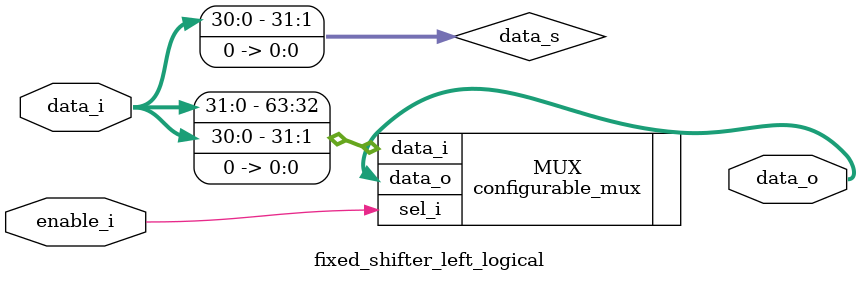
<source format=sv>

`timescale 1ns/1ps

module fixed_shifter_left_logical #(
	parameter nb_bits_data = 32,
	parameter shift_value = 1
)(
	input logic [nb_bits_data-1:0] data_i,
	input logic enable_i,
	output logic [nb_bits_data-1:0] data_o
);
	//Internal connections declaration
	logic [nb_bits_data-1:0] data_s;
	//Mux declaration
	configurable_mux #(1,32) MUX (
		.data_i({data_i,
			data_s}),
		.sel_i(enable_i),
		.data_o(data_o)
	);
	//Shift of the bits by the fixed value
	assign data_s[shift_value-1:0] = 0;
	assign data_s[nb_bits_data-1:shift_value] = data_i[nb_bits_data-shift_value-1:0];
endmodule : fixed_shifter_left_logical

</source>
